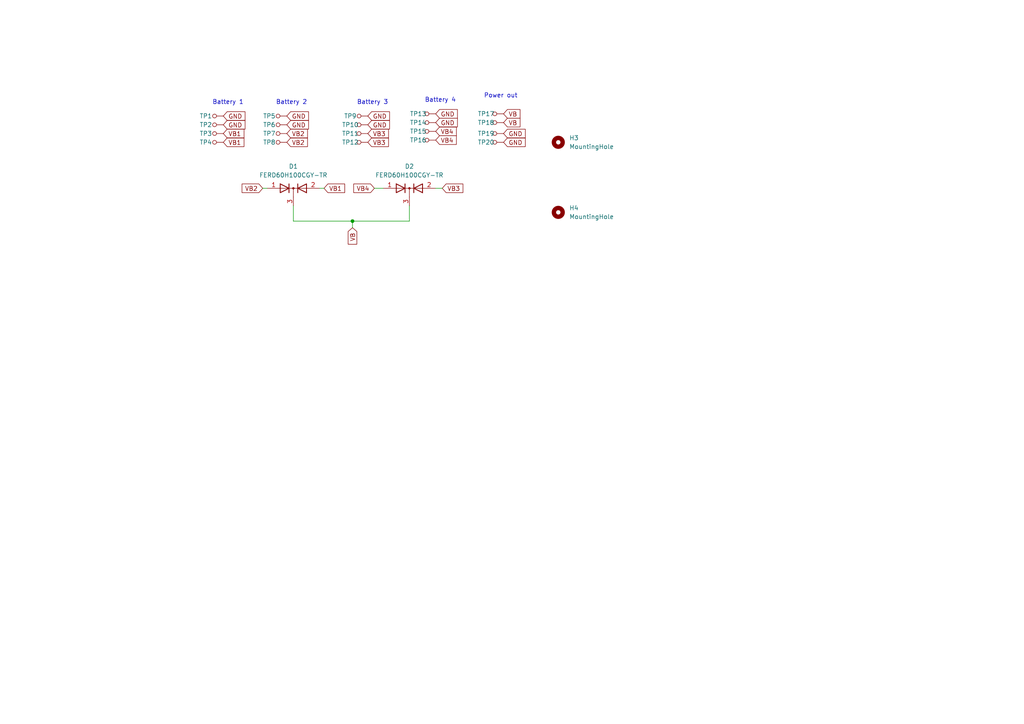
<source format=kicad_sch>
(kicad_sch (version 20211123) (generator eeschema)
  (paper "A4")
  (lib_symbols
    (symbol "Diode:BAV70M" (pin_names (offset 0.762) hide)
      (property "Reference" "D" (at 0.635 -2.54 0))
      (property "Value" "BAV70M" (at 0 2.54 0))
      (symbol "BAV70M_0_1"
        (polyline (pts (xy -3.81 0) (xy 3.81 0)))
        (polyline (pts (xy 0 0) (xy 0 -2.54)))
        (polyline (pts (xy -1.27 -1.27) (xy -1.27 1.27) (xy -1.27 1.27)) (stroke (width 0.254)))
        (polyline (pts (xy 1.27 -1.27) (xy 1.27 1.27) (xy 1.27 1.27)) (stroke (width 0.254)))
        (polyline (pts (xy -3.81 1.27) (xy -1.27 0) (xy -3.81 -1.27) (xy -3.81 1.27) (xy -3.81 1.27) (xy -3.81 1.27)) (stroke (width 0.254)))
        (polyline (pts (xy 3.81 -1.27) (xy 1.27 0) (xy 3.81 1.27) (xy 3.81 -1.27) (xy 3.81 -1.27) (xy 3.81 -1.27)) (stroke (width 0.254)))
        (circle (center 0 0) (radius 0.254) (fill (type outline)))
        (pin passive line (at -7.62 0 0) (length 3.81) (name "A") (number "1"))
        (pin passive line (at 7.62 0 180) (length 3.81) (name "A") (number "2"))
        (pin passive line (at 0 -5.08 90) (length 2.54) (name "K") (number "3"))
      )
    )
    (symbol "Mechanical:MountingHole" (pin_names (offset 1.016))
      (property "Reference" "H" (at 0 5.08 0))
      (property "Value" "MountingHole" (at 0 3.175 0))
      (symbol "MountingHole_0_1"
        (circle (center 0 0) (radius 1.27) (stroke (width 1.27)))
      )
    )
    (symbol "dk_Test-Points:5016" (pin_numbers hide) (pin_names (offset 1.016) hide)
      (property "Reference" "TP" (at -1.27 1.27 0))
      (symbol "5016_0_1"
        (circle (center 0 0) (radius 0.5588))
      )
      (symbol "5016_1_1"
        (pin passive line (at 0 2.54 270) (length 1.905) (name "~") (number "1"))
      )
    )
  )
  (junction (at 102.235 64.135))
  (wire (pts (xy 85.09 59.69) (xy 85.09 64.135)))
  (wire (pts (xy 76.2 54.61) (xy 77.47 54.61)))
  (wire (pts (xy 118.745 64.135) (xy 118.745 59.69)))
  (wire (pts (xy 102.235 64.135) (xy 118.745 64.135)))
  (wire (pts (xy 102.235 64.135) (xy 102.235 66.04)))
  (wire (pts (xy 128.27 54.61) (xy 126.365 54.61)))
  (wire (pts (xy 108.585 54.61) (xy 111.125 54.61)))
  (wire (pts (xy 85.09 64.135) (xy 102.235 64.135)))
  (wire (pts (xy 93.98 54.61) (xy 92.71 54.61)))
  (text "Battery 3\n" (at 103.505 30.48 0) (effects (font (size 1.27 1.27)) (justify left bottom)))
  (text "Battery 2\n" (at 80.01 30.48 0) (effects (font (size 1.27 1.27)) (justify left bottom)))
  (text "Battery 1\n" (at 61.595 30.48 0) (effects (font (size 1.27 1.27)) (justify left bottom)))
  (text "Battery 4\n" (at 123.19 29.845 0) (effects (font (size 1.27 1.27)) (justify left bottom)))
  (text "Power out\n" (at 140.335 28.575 0) (effects (font (size 1.27 1.27)) (justify left bottom)))
  (global_label "VB3" (shape input) (at 106.68 41.275 0) (property "Intersheet References" "${INTERSHEET_REFS}" (effects hide)))
  (global_label "VB" (shape input) (at 102.235 66.04 270) (property "Intersheet References" "${INTERSHEET_REFS}" (effects hide)))
  (global_label "GND" (shape input) (at 83.185 36.195 0) (property "Intersheet References" "${INTERSHEET_REFS}" (effects hide)))
  (global_label "VB1" (shape input) (at 64.77 41.275 0) (property "Intersheet References" "${INTERSHEET_REFS}" (effects hide)))
  (global_label "GND" (shape input) (at 64.77 33.655 0) (property "Intersheet References" "${INTERSHEET_REFS}" (effects hide)))
  (global_label "GND" (shape input) (at 106.68 33.655 0) (property "Intersheet References" "${INTERSHEET_REFS}" (effects hide)))
  (global_label "VB3" (shape input) (at 128.27 54.61 0) (property "Intersheet References" "${INTERSHEET_REFS}" (effects hide)))
  (global_label "GND" (shape input) (at 64.77 36.195 0) (property "Intersheet References" "${INTERSHEET_REFS}" (effects hide)))
  (global_label "VB4" (shape input) (at 108.585 54.61 180) (property "Intersheet References" "${INTERSHEET_REFS}" (effects hide)))
  (global_label "GND" (shape input) (at 146.05 38.735 0) (property "Intersheet References" "${INTERSHEET_REFS}" (effects hide)))
  (global_label "GND" (shape input) (at 126.365 33.02 0) (property "Intersheet References" "${INTERSHEET_REFS}" (effects hide)))
  (global_label "GND" (shape input) (at 106.68 36.195 0) (property "Intersheet References" "${INTERSHEET_REFS}" (effects hide)))
  (global_label "VB" (shape input) (at 146.05 35.56 0) (property "Intersheet References" "${INTERSHEET_REFS}" (effects hide)))
  (global_label "GND" (shape input) (at 146.05 41.275 0) (property "Intersheet References" "${INTERSHEET_REFS}" (effects hide)))
  (global_label "VB" (shape input) (at 146.05 33.02 0) (property "Intersheet References" "${INTERSHEET_REFS}" (effects hide)))
  (global_label "VB2" (shape input) (at 76.2 54.61 180) (property "Intersheet References" "${INTERSHEET_REFS}" (effects hide)))
  (global_label "VB4" (shape input) (at 126.365 38.1 0) (property "Intersheet References" "${INTERSHEET_REFS}" (effects hide)))
  (global_label "VB1" (shape input) (at 93.98 54.61 0) (property "Intersheet References" "${INTERSHEET_REFS}" (effects hide)))
  (global_label "GND" (shape input) (at 83.185 33.655 0) (property "Intersheet References" "${INTERSHEET_REFS}" (effects hide)))
  (global_label "VB4" (shape input) (at 126.365 40.64 0) (property "Intersheet References" "${INTERSHEET_REFS}" (effects hide)))
  (global_label "VB2" (shape input) (at 83.185 38.735 0) (property "Intersheet References" "${INTERSHEET_REFS}" (effects hide)))
  (global_label "VB3" (shape input) (at 106.68 38.735 0) (property "Intersheet References" "${INTERSHEET_REFS}" (effects hide)))
  (global_label "GND" (shape input) (at 126.365 35.56 0) (property "Intersheet References" "${INTERSHEET_REFS}" (effects hide)))
  (global_label "VB1" (shape input) (at 64.77 38.735 0) (property "Intersheet References" "${INTERSHEET_REFS}" (effects hide)))
  (global_label "VB2" (shape input) (at 83.185 41.275 0) (property "Intersheet References" "${INTERSHEET_REFS}" (effects hide)))
  (symbol (lib_id "dk_Test-Points:5016") (at 80.645 33.655 270) (unit 1)
    (property "Reference" "TP5" (at 78.105 33.655 90))
    (property "Value" "5016" (effects hide))
    (property "Footprint" "digikey-footprints:Test_Point_3.43x1.78mm" (effects hide))
    (property "Datasheet" "http://www.keyelco.com/product-pdf.cfm?p=1354" (effects hide))
    (property "Digi-Key_PN" "36-5016CT-ND" (effects hide))
    (property "MPN" "5016" (effects hide))
    (property "Category" "Test and Measurement" (effects hide))
    (property "Family" "Test Points" (effects hide))
    (property "DK_Datasheet_Link" "http://www.keyelco.com/product-pdf.cfm?p=1354" (effects hide))
    (property "DK_Detail_Page" "/product-detail/en/keystone-electronics/5016/36-5016CT-ND/278888" (effects hide))
    (property "Description" "PC TEST POINT COMPACT" (effects hide))
    (property "Manufacturer" "Keystone Electronics" (effects hide))
    (property "Status" "Active" (effects hide))
  )
  (symbol (lib_id "Mechanical:MountingHole") (at 161.925 61.595 0) (unit 1)
    (property "Reference" "H4" (at 165.1 60.3249 0) (effects (justify left)))
    (property "Value" "MountingHole" (at 165.1 62.8649 0) (effects (justify left)))
    (property "Footprint" "MountingHole:MountingHole_2.2mm_M2" (effects hide))
  )
  (symbol (lib_id "dk_Test-Points:5016") (at 123.825 38.1 270) (unit 1)
    (property "Reference" "TP15" (at 121.285 38.1 90))
    (property "Value" "5016" (effects hide))
    (property "Footprint" "digikey-footprints:Test_Point_3.43x1.78mm" (effects hide))
    (property "Datasheet" "http://www.keyelco.com/product-pdf.cfm?p=1354" (effects hide))
    (property "Digi-Key_PN" "36-5016CT-ND" (effects hide))
    (property "MPN" "5016" (effects hide))
    (property "Category" "Test and Measurement" (effects hide))
    (property "Family" "Test Points" (effects hide))
    (property "DK_Datasheet_Link" "http://www.keyelco.com/product-pdf.cfm?p=1354" (effects hide))
    (property "DK_Detail_Page" "/product-detail/en/keystone-electronics/5016/36-5016CT-ND/278888" (effects hide))
    (property "Description" "PC TEST POINT COMPACT" (effects hide))
    (property "Manufacturer" "Keystone Electronics" (effects hide))
    (property "Status" "Active" (effects hide))
  )
  (symbol (lib_id "Diode:BAV70M") (at 118.745 54.61 0) (unit 1)
    (property "Reference" "D2" (at 118.745 48.26 0))
    (property "Value" "FERD60H100CGY-TR" (at 118.745 50.8 0))
    (property "Footprint" "Diode_SMD:STPS41L60CG-TR" (effects hide))
    (property "Datasheet" "https://www.digikey.com/en/products/detail/stmicroelectronics/FERD60H100CGY-TR/14324472" (effects hide))
  )
  (symbol (lib_id "dk_Test-Points:5016") (at 143.51 41.275 270) (unit 1)
    (property "Reference" "TP20" (at 140.97 41.275 90))
    (property "Value" "5016" (effects hide))
    (property "Footprint" "digikey-footprints:Test_Point_3.43x1.78mm" (effects hide))
    (property "Datasheet" "http://www.keyelco.com/product-pdf.cfm?p=1354" (effects hide))
    (property "Digi-Key_PN" "36-5016CT-ND" (effects hide))
    (property "MPN" "5016" (effects hide))
    (property "Category" "Test and Measurement" (effects hide))
    (property "Family" "Test Points" (effects hide))
    (property "DK_Datasheet_Link" "http://www.keyelco.com/product-pdf.cfm?p=1354" (effects hide))
    (property "DK_Detail_Page" "/product-detail/en/keystone-electronics/5016/36-5016CT-ND/278888" (effects hide))
    (property "Description" "PC TEST POINT COMPACT" (effects hide))
    (property "Manufacturer" "Keystone Electronics" (effects hide))
    (property "Status" "Active" (effects hide))
  )
  (symbol (lib_id "dk_Test-Points:5016") (at 80.645 36.195 270) (unit 1)
    (property "Reference" "TP6" (at 78.105 36.195 90))
    (property "Value" "5016" (effects hide))
    (property "Footprint" "digikey-footprints:Test_Point_3.43x1.78mm" (effects hide))
    (property "Datasheet" "http://www.keyelco.com/product-pdf.cfm?p=1354" (effects hide))
    (property "Digi-Key_PN" "36-5016CT-ND" (effects hide))
    (property "MPN" "5016" (effects hide))
    (property "Category" "Test and Measurement" (effects hide))
    (property "Family" "Test Points" (effects hide))
    (property "DK_Datasheet_Link" "http://www.keyelco.com/product-pdf.cfm?p=1354" (effects hide))
    (property "DK_Detail_Page" "/product-detail/en/keystone-electronics/5016/36-5016CT-ND/278888" (effects hide))
    (property "Description" "PC TEST POINT COMPACT" (effects hide))
    (property "Manufacturer" "Keystone Electronics" (effects hide))
    (property "Status" "Active" (effects hide))
  )
  (symbol (lib_id "dk_Test-Points:5016") (at 143.51 33.02 270) (unit 1)
    (property "Reference" "TP17" (at 140.97 33.02 90))
    (property "Value" "5016" (effects hide))
    (property "Footprint" "digikey-footprints:Test_Point_3.43x1.78mm" (effects hide))
    (property "Datasheet" "http://www.keyelco.com/product-pdf.cfm?p=1354" (effects hide))
    (property "Digi-Key_PN" "36-5016CT-ND" (effects hide))
    (property "MPN" "5016" (effects hide))
    (property "Category" "Test and Measurement" (effects hide))
    (property "Family" "Test Points" (effects hide))
    (property "DK_Datasheet_Link" "http://www.keyelco.com/product-pdf.cfm?p=1354" (effects hide))
    (property "DK_Detail_Page" "/product-detail/en/keystone-electronics/5016/36-5016CT-ND/278888" (effects hide))
    (property "Description" "PC TEST POINT COMPACT" (effects hide))
    (property "Manufacturer" "Keystone Electronics" (effects hide))
    (property "Status" "Active" (effects hide))
  )
  (symbol (lib_id "dk_Test-Points:5016") (at 143.51 35.56 270) (unit 1)
    (property "Reference" "TP18" (at 140.97 35.56 90))
    (property "Value" "5016" (effects hide))
    (property "Footprint" "digikey-footprints:Test_Point_3.43x1.78mm" (effects hide))
    (property "Datasheet" "http://www.keyelco.com/product-pdf.cfm?p=1354" (effects hide))
    (property "Digi-Key_PN" "36-5016CT-ND" (effects hide))
    (property "MPN" "5016" (effects hide))
    (property "Category" "Test and Measurement" (effects hide))
    (property "Family" "Test Points" (effects hide))
    (property "DK_Datasheet_Link" "http://www.keyelco.com/product-pdf.cfm?p=1354" (effects hide))
    (property "DK_Detail_Page" "/product-detail/en/keystone-electronics/5016/36-5016CT-ND/278888" (effects hide))
    (property "Description" "PC TEST POINT COMPACT" (effects hide))
    (property "Manufacturer" "Keystone Electronics" (effects hide))
    (property "Status" "Active" (effects hide))
  )
  (symbol (lib_id "dk_Test-Points:5016") (at 123.825 33.02 270) (unit 1)
    (property "Reference" "TP13" (at 121.285 33.02 90))
    (property "Value" "5016" (effects hide))
    (property "Footprint" "digikey-footprints:Test_Point_3.43x1.78mm" (effects hide))
    (property "Datasheet" "http://www.keyelco.com/product-pdf.cfm?p=1354" (effects hide))
    (property "Digi-Key_PN" "36-5016CT-ND" (effects hide))
    (property "MPN" "5016" (effects hide))
    (property "Category" "Test and Measurement" (effects hide))
    (property "Family" "Test Points" (effects hide))
    (property "DK_Datasheet_Link" "http://www.keyelco.com/product-pdf.cfm?p=1354" (effects hide))
    (property "DK_Detail_Page" "/product-detail/en/keystone-electronics/5016/36-5016CT-ND/278888" (effects hide))
    (property "Description" "PC TEST POINT COMPACT" (effects hide))
    (property "Manufacturer" "Keystone Electronics" (effects hide))
    (property "Status" "Active" (effects hide))
  )
  (symbol (lib_id "dk_Test-Points:5016") (at 143.51 38.735 270) (unit 1)
    (property "Reference" "TP19" (at 140.97 38.735 90))
    (property "Value" "5016" (effects hide))
    (property "Footprint" "digikey-footprints:Test_Point_3.43x1.78mm" (effects hide))
    (property "Datasheet" "http://www.keyelco.com/product-pdf.cfm?p=1354" (effects hide))
    (property "Digi-Key_PN" "36-5016CT-ND" (effects hide))
    (property "MPN" "5016" (effects hide))
    (property "Category" "Test and Measurement" (effects hide))
    (property "Family" "Test Points" (effects hide))
    (property "DK_Datasheet_Link" "http://www.keyelco.com/product-pdf.cfm?p=1354" (effects hide))
    (property "DK_Detail_Page" "/product-detail/en/keystone-electronics/5016/36-5016CT-ND/278888" (effects hide))
    (property "Description" "PC TEST POINT COMPACT" (effects hide))
    (property "Manufacturer" "Keystone Electronics" (effects hide))
    (property "Status" "Active" (effects hide))
  )
  (symbol (lib_id "Mechanical:MountingHole") (at 161.925 41.275 0) (unit 1)
    (property "Reference" "H3" (at 165.1 40.0049 0) (effects (justify left)))
    (property "Value" "MountingHole" (at 165.1 42.5449 0) (effects (justify left)))
    (property "Footprint" "MountingHole:MountingHole_2.2mm_M2" (effects hide))
  )
  (symbol (lib_id "dk_Test-Points:5016") (at 62.23 33.655 270) (unit 1)
    (property "Reference" "TP1" (at 59.69 33.655 90))
    (property "Value" "5016" (effects hide))
    (property "Footprint" "digikey-footprints:Test_Point_3.43x1.78mm" (effects hide))
    (property "Datasheet" "http://www.keyelco.com/product-pdf.cfm?p=1354" (effects hide))
    (property "Digi-Key_PN" "36-5016CT-ND" (effects hide))
    (property "MPN" "5016" (effects hide))
    (property "Category" "Test and Measurement" (effects hide))
    (property "Family" "Test Points" (effects hide))
    (property "DK_Datasheet_Link" "http://www.keyelco.com/product-pdf.cfm?p=1354" (effects hide))
    (property "DK_Detail_Page" "/product-detail/en/keystone-electronics/5016/36-5016CT-ND/278888" (effects hide))
    (property "Description" "PC TEST POINT COMPACT" (effects hide))
    (property "Manufacturer" "Keystone Electronics" (effects hide))
    (property "Status" "Active" (effects hide))
  )
  (symbol (lib_id "dk_Test-Points:5016") (at 123.825 35.56 270) (unit 1)
    (property "Reference" "TP14" (at 121.285 35.56 90))
    (property "Value" "5016" (effects hide))
    (property "Footprint" "digikey-footprints:Test_Point_3.43x1.78mm" (effects hide))
    (property "Datasheet" "http://www.keyelco.com/product-pdf.cfm?p=1354" (effects hide))
    (property "Digi-Key_PN" "36-5016CT-ND" (effects hide))
    (property "MPN" "5016" (effects hide))
    (property "Category" "Test and Measurement" (effects hide))
    (property "Family" "Test Points" (effects hide))
    (property "DK_Datasheet_Link" "http://www.keyelco.com/product-pdf.cfm?p=1354" (effects hide))
    (property "DK_Detail_Page" "/product-detail/en/keystone-electronics/5016/36-5016CT-ND/278888" (effects hide))
    (property "Description" "PC TEST POINT COMPACT" (effects hide))
    (property "Manufacturer" "Keystone Electronics" (effects hide))
    (property "Status" "Active" (effects hide))
  )
  (symbol (lib_id "dk_Test-Points:5016") (at 104.14 38.735 270) (unit 1)
    (property "Reference" "TP11" (at 101.6 38.735 90))
    (property "Value" "5016" (effects hide))
    (property "Footprint" "digikey-footprints:Test_Point_3.43x1.78mm" (effects hide))
    (property "Datasheet" "http://www.keyelco.com/product-pdf.cfm?p=1354" (effects hide))
    (property "Digi-Key_PN" "36-5016CT-ND" (effects hide))
    (property "MPN" "5016" (effects hide))
    (property "Category" "Test and Measurement" (effects hide))
    (property "Family" "Test Points" (effects hide))
    (property "DK_Datasheet_Link" "http://www.keyelco.com/product-pdf.cfm?p=1354" (effects hide))
    (property "DK_Detail_Page" "/product-detail/en/keystone-electronics/5016/36-5016CT-ND/278888" (effects hide))
    (property "Description" "PC TEST POINT COMPACT" (effects hide))
    (property "Manufacturer" "Keystone Electronics" (effects hide))
    (property "Status" "Active" (effects hide))
  )
  (symbol (lib_id "dk_Test-Points:5016") (at 123.825 40.64 270) (unit 1)
    (property "Reference" "TP16" (at 121.285 40.64 90))
    (property "Value" "5016" (effects hide))
    (property "Footprint" "digikey-footprints:Test_Point_3.43x1.78mm" (effects hide))
    (property "Datasheet" "http://www.keyelco.com/product-pdf.cfm?p=1354" (effects hide))
    (property "Digi-Key_PN" "36-5016CT-ND" (effects hide))
    (property "MPN" "5016" (effects hide))
    (property "Category" "Test and Measurement" (effects hide))
    (property "Family" "Test Points" (effects hide))
    (property "DK_Datasheet_Link" "http://www.keyelco.com/product-pdf.cfm?p=1354" (effects hide))
    (property "DK_Detail_Page" "/product-detail/en/keystone-electronics/5016/36-5016CT-ND/278888" (effects hide))
    (property "Description" "PC TEST POINT COMPACT" (effects hide))
    (property "Manufacturer" "Keystone Electronics" (effects hide))
    (property "Status" "Active" (effects hide))
  )
  (symbol (lib_id "dk_Test-Points:5016") (at 80.645 38.735 270) (unit 1)
    (property "Reference" "TP7" (at 78.105 38.735 90))
    (property "Value" "5016" (effects hide))
    (property "Footprint" "digikey-footprints:Test_Point_3.43x1.78mm" (effects hide))
    (property "Datasheet" "http://www.keyelco.com/product-pdf.cfm?p=1354" (effects hide))
    (property "Digi-Key_PN" "36-5016CT-ND" (effects hide))
    (property "MPN" "5016" (effects hide))
    (property "Category" "Test and Measurement" (effects hide))
    (property "Family" "Test Points" (effects hide))
    (property "DK_Datasheet_Link" "http://www.keyelco.com/product-pdf.cfm?p=1354" (effects hide))
    (property "DK_Detail_Page" "/product-detail/en/keystone-electronics/5016/36-5016CT-ND/278888" (effects hide))
    (property "Description" "PC TEST POINT COMPACT" (effects hide))
    (property "Manufacturer" "Keystone Electronics" (effects hide))
    (property "Status" "Active" (effects hide))
  )
  (symbol (lib_id "dk_Test-Points:5016") (at 104.14 41.275 270) (unit 1)
    (property "Reference" "TP12" (at 101.6 41.275 90))
    (property "Value" "5016" (effects hide))
    (property "Footprint" "digikey-footprints:Test_Point_3.43x1.78mm" (effects hide))
    (property "Datasheet" "http://www.keyelco.com/product-pdf.cfm?p=1354" (effects hide))
    (property "Digi-Key_PN" "36-5016CT-ND" (effects hide))
    (property "MPN" "5016" (effects hide))
    (property "Category" "Test and Measurement" (effects hide))
    (property "Family" "Test Points" (effects hide))
    (property "DK_Datasheet_Link" "http://www.keyelco.com/product-pdf.cfm?p=1354" (effects hide))
    (property "DK_Detail_Page" "/product-detail/en/keystone-electronics/5016/36-5016CT-ND/278888" (effects hide))
    (property "Description" "PC TEST POINT COMPACT" (effects hide))
    (property "Manufacturer" "Keystone Electronics" (effects hide))
    (property "Status" "Active" (effects hide))
  )
  (symbol (lib_id "dk_Test-Points:5016") (at 104.14 33.655 270) (unit 1)
    (property "Reference" "TP9" (at 101.6 33.655 90))
    (property "Value" "5016" (effects hide))
    (property "Footprint" "digikey-footprints:Test_Point_3.43x1.78mm" (effects hide))
    (property "Datasheet" "http://www.keyelco.com/product-pdf.cfm?p=1354" (effects hide))
    (property "Digi-Key_PN" "36-5016CT-ND" (effects hide))
    (property "MPN" "5016" (effects hide))
    (property "Category" "Test and Measurement" (effects hide))
    (property "Family" "Test Points" (effects hide))
    (property "DK_Datasheet_Link" "http://www.keyelco.com/product-pdf.cfm?p=1354" (effects hide))
    (property "DK_Detail_Page" "/product-detail/en/keystone-electronics/5016/36-5016CT-ND/278888" (effects hide))
    (property "Description" "PC TEST POINT COMPACT" (effects hide))
    (property "Manufacturer" "Keystone Electronics" (effects hide))
    (property "Status" "Active" (effects hide))
  )
  (symbol (lib_id "dk_Test-Points:5016") (at 80.645 41.275 270) (unit 1)
    (property "Reference" "TP8" (at 78.105 41.275 90))
    (property "Value" "5016" (effects hide))
    (property "Footprint" "digikey-footprints:Test_Point_3.43x1.78mm" (effects hide))
    (property "Datasheet" "http://www.keyelco.com/product-pdf.cfm?p=1354" (effects hide))
    (property "Digi-Key_PN" "36-5016CT-ND" (effects hide))
    (property "MPN" "5016" (effects hide))
    (property "Category" "Test and Measurement" (effects hide))
    (property "Family" "Test Points" (effects hide))
    (property "DK_Datasheet_Link" "http://www.keyelco.com/product-pdf.cfm?p=1354" (effects hide))
    (property "DK_Detail_Page" "/product-detail/en/keystone-electronics/5016/36-5016CT-ND/278888" (effects hide))
    (property "Description" "PC TEST POINT COMPACT" (effects hide))
    (property "Manufacturer" "Keystone Electronics" (effects hide))
    (property "Status" "Active" (effects hide))
  )
  (symbol (lib_id "Diode:BAV70M") (at 85.09 54.61 0) (unit 1)
    (property "Reference" "D1" (at 85.09 48.26 0))
    (property "Value" "FERD60H100CGY-TR" (at 85.09 50.8 0))
    (property "Footprint" "Diode_SMD:STPS41L60CG-TR" (effects hide))
    (property "Datasheet" "https://www.digikey.com/en/products/detail/stmicroelectronics/FERD60H100CGY-TR/14324472" (effects hide))
  )
  (symbol (lib_id "dk_Test-Points:5016") (at 62.23 38.735 270) (unit 1)
    (property "Reference" "TP3" (at 59.69 38.735 90))
    (property "Value" "5016" (effects hide))
    (property "Footprint" "digikey-footprints:Test_Point_3.43x1.78mm" (effects hide))
    (property "Datasheet" "http://www.keyelco.com/product-pdf.cfm?p=1354" (effects hide))
    (property "Digi-Key_PN" "36-5016CT-ND" (effects hide))
    (property "MPN" "5016" (effects hide))
    (property "Category" "Test and Measurement" (effects hide))
    (property "Family" "Test Points" (effects hide))
    (property "DK_Datasheet_Link" "http://www.keyelco.com/product-pdf.cfm?p=1354" (effects hide))
    (property "DK_Detail_Page" "/product-detail/en/keystone-electronics/5016/36-5016CT-ND/278888" (effects hide))
    (property "Description" "PC TEST POINT COMPACT" (effects hide))
    (property "Manufacturer" "Keystone Electronics" (effects hide))
    (property "Status" "Active" (effects hide))
  )
  (symbol (lib_id "dk_Test-Points:5016") (at 62.23 36.195 270) (unit 1)
    (property "Reference" "TP2" (at 59.69 36.195 90))
    (property "Value" "5016" (effects hide))
    (property "Footprint" "digikey-footprints:Test_Point_3.43x1.78mm" (effects hide))
    (property "Datasheet" "http://www.keyelco.com/product-pdf.cfm?p=1354" (effects hide))
    (property "Digi-Key_PN" "36-5016CT-ND" (effects hide))
    (property "MPN" "5016" (effects hide))
    (property "Category" "Test and Measurement" (effects hide))
    (property "Family" "Test Points" (effects hide))
    (property "DK_Datasheet_Link" "http://www.keyelco.com/product-pdf.cfm?p=1354" (effects hide))
    (property "DK_Detail_Page" "/product-detail/en/keystone-electronics/5016/36-5016CT-ND/278888" (effects hide))
    (property "Description" "PC TEST POINT COMPACT" (effects hide))
    (property "Manufacturer" "Keystone Electronics" (effects hide))
    (property "Status" "Active" (effects hide))
  )
  (symbol (lib_id "dk_Test-Points:5016") (at 104.14 36.195 270) (unit 1)
    (property "Reference" "TP10" (at 101.6 36.195 90))
    (property "Value" "5016" (effects hide))
    (property "Footprint" "digikey-footprints:Test_Point_3.43x1.78mm" (effects hide))
    (property "Datasheet" "http://www.keyelco.com/product-pdf.cfm?p=1354" (effects hide))
    (property "Digi-Key_PN" "36-5016CT-ND" (effects hide))
    (property "MPN" "5016" (effects hide))
    (property "Category" "Test and Measurement" (effects hide))
    (property "Family" "Test Points" (effects hide))
    (property "DK_Datasheet_Link" "http://www.keyelco.com/product-pdf.cfm?p=1354" (effects hide))
    (property "DK_Detail_Page" "/product-detail/en/keystone-electronics/5016/36-5016CT-ND/278888" (effects hide))
    (property "Description" "PC TEST POINT COMPACT" (effects hide))
    (property "Manufacturer" "Keystone Electronics" (effects hide))
    (property "Status" "Active" (effects hide))
  )
  (symbol (lib_id "dk_Test-Points:5016") (at 62.23 41.275 270) (unit 1)
    (property "Reference" "TP4" (at 59.69 41.275 90))
    (property "Value" "5016" (effects hide))
    (property "Footprint" "digikey-footprints:Test_Point_3.43x1.78mm" (effects hide))
    (property "Datasheet" "http://www.keyelco.com/product-pdf.cfm?p=1354" (effects hide))
    (property "Digi-Key_PN" "36-5016CT-ND" (effects hide))
    (property "MPN" "5016" (effects hide))
    (property "Category" "Test and Measurement" (effects hide))
    (property "Family" "Test Points" (effects hide))
    (property "DK_Datasheet_Link" "http://www.keyelco.com/product-pdf.cfm?p=1354" (effects hide))
    (property "DK_Detail_Page" "/product-detail/en/keystone-electronics/5016/36-5016CT-ND/278888" (effects hide))
    (property "Description" "PC TEST POINT COMPACT" (effects hide))
    (property "Manufacturer" "Keystone Electronics" (effects hide))
    (property "Status" "Active" (effects hide))
  )
)
</source>
